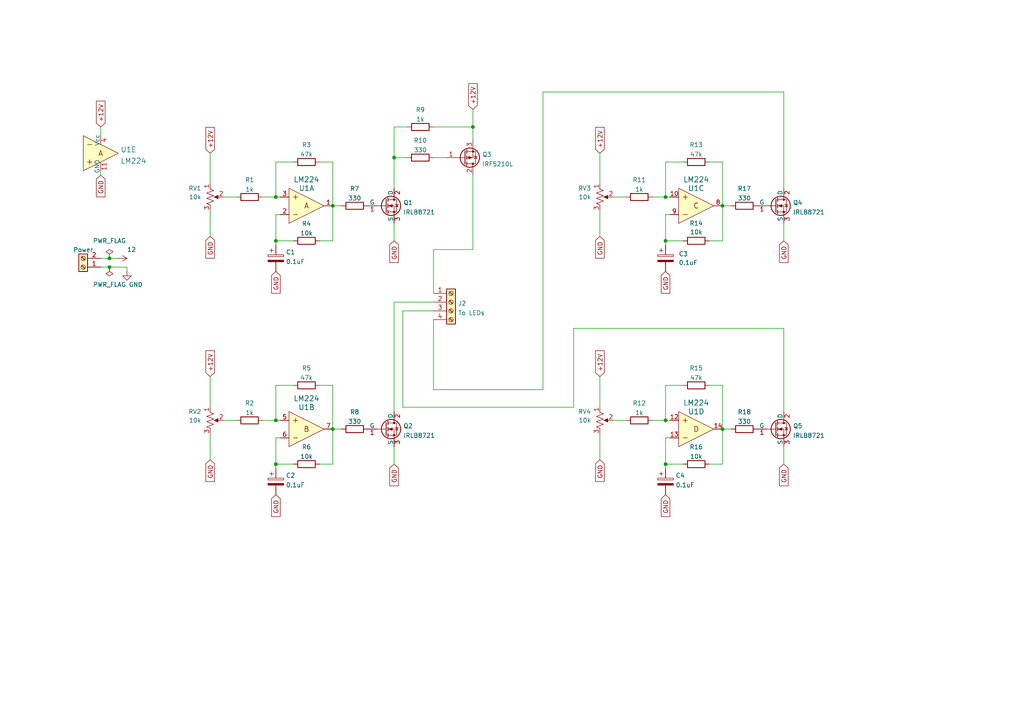
<source format=kicad_sch>
(kicad_sch (version 20211123) (generator eeschema)
  (paper "A4")
  (lib_symbols
    (symbol "Amplifier_Operational:Proper_LM224" (pin_names (offset 0))
      (property "Reference" "U" (at -7.62 7.62 0))
      (property "Value" "Proper_LM224" (at 2.54 -5.08 0))
      (symbol "Proper_LM224_0_0"
        (polyline (pts (xy -3.81 -2.54) (xy -2.54 -2.54)))
        (polyline (pts (xy -3.81 2.54) (xy -2.54 2.54)))
        (polyline (pts (xy -3.175 -1.905) (xy -3.175 -3.175)))
        (polyline (pts (xy -5.08 5.08) (xy -5.08 -5.08) (xy 5.08 0) (xy -5.08 5.08)) (fill (type background)))
        (pin power_in line (at 0 5.08 270) (length 2.54) (name "Vcc") (number "4"))
      )
      (symbol "Proper_LM224_1_0"
        (text "A" (at 0 0 0) (effects (font (size 1.524 1.524))))
      )
      (symbol "Proper_LM224_1_1"
        (pin output line (at 7.62 0 180) (length 2.54) (name "~") (number "1"))
        (pin input line (at -7.62 2.54 0) (length 2.54) (name "~") (number "2"))
        (pin input line (at -7.62 -2.54 0) (length 2.54) (name "~") (number "3"))
      )
      (symbol "Proper_LM224_2_0"
        (text "B" (at 0 0 0) (effects (font (size 1.524 1.524))))
      )
      (symbol "Proper_LM224_2_1"
        (pin input line (at -7.62 -2.54 0) (length 2.54) (name "~") (number "5"))
        (pin input line (at -7.62 2.54 0) (length 2.54) (name "~") (number "6"))
        (pin output line (at 7.62 0 180) (length 2.54) (name "~") (number "7"))
      )
      (symbol "Proper_LM224_3_0"
        (text "C" (at 0 0 0) (effects (font (size 1.524 1.524))))
      )
      (symbol "Proper_LM224_3_1"
        (pin input line (at -7.62 -2.54 0) (length 2.54) (name "~") (number "10"))
        (pin output line (at 7.62 0 180) (length 2.54) (name "~") (number "8"))
        (pin input line (at -7.62 2.54 0) (length 2.54) (name "~") (number "9"))
      )
      (symbol "Proper_LM224_4_0"
        (text "D" (at 0 0 0) (effects (font (size 1.524 1.524))))
      )
      (symbol "Proper_LM224_4_1"
        (pin input line (at -7.62 -2.54 0) (length 2.54) (name "~") (number "12"))
        (pin input line (at -7.62 2.54 0) (length 2.54) (name "~") (number "13"))
        (pin output line (at 7.62 0 180) (length 2.54) (name "~") (number "14"))
      )
      (symbol "Proper_LM224_5_0"
        (text "A" (at 0 0 0) (effects (font (size 1.524 1.524))))
      )
      (symbol "Proper_LM224_5_1"
        (pin power_in line (at 0 -5.08 90) (length 2.54) (name "GND") (number "11"))
      )
    )
    (symbol "Connector:Screw_Terminal_01x02" (pin_names (offset 1.016) hide)
      (property "Reference" "J" (at 0 2.54 0))
      (property "Value" "Screw_Terminal_01x02" (at 0 -5.08 0))
      (symbol "Screw_Terminal_01x02_1_1"
        (rectangle (start -1.27 1.27) (end 1.27 -3.81) (stroke (width 0.254)) (fill (type background)))
        (circle (center 0 -2.54) (radius 0.635) (stroke (width 0.1524)))
        (polyline (pts (xy -0.5334 -2.2098) (xy 0.3302 -3.048)) (stroke (width 0.1524)))
        (polyline (pts (xy -0.5334 0.3302) (xy 0.3302 -0.508)) (stroke (width 0.1524)))
        (polyline (pts (xy -0.3556 -2.032) (xy 0.508 -2.8702)) (stroke (width 0.1524)))
        (polyline (pts (xy -0.3556 0.508) (xy 0.508 -0.3302)) (stroke (width 0.1524)))
        (circle (center 0 0) (radius 0.635) (stroke (width 0.1524)))
        (pin passive line (at -5.08 0 0) (length 3.81) (name "Pin_1") (number "1"))
        (pin passive line (at -5.08 -2.54 0) (length 3.81) (name "Pin_2") (number "2"))
      )
    )
    (symbol "Connector:Screw_Terminal_01x04" (pin_names (offset 1.016) hide)
      (property "Reference" "J" (at 0 5.08 0))
      (property "Value" "Screw_Terminal_01x04" (at 0 -7.62 0))
      (symbol "Screw_Terminal_01x04_1_1"
        (rectangle (start -1.27 3.81) (end 1.27 -6.35) (stroke (width 0.254)) (fill (type background)))
        (circle (center 0 -5.08) (radius 0.635) (stroke (width 0.1524)))
        (circle (center 0 -2.54) (radius 0.635) (stroke (width 0.1524)))
        (polyline (pts (xy -0.5334 -4.7498) (xy 0.3302 -5.588)) (stroke (width 0.1524)))
        (polyline (pts (xy -0.5334 -2.2098) (xy 0.3302 -3.048)) (stroke (width 0.1524)))
        (polyline (pts (xy -0.5334 0.3302) (xy 0.3302 -0.508)) (stroke (width 0.1524)))
        (polyline (pts (xy -0.5334 2.8702) (xy 0.3302 2.032)) (stroke (width 0.1524)))
        (polyline (pts (xy -0.3556 -4.572) (xy 0.508 -5.4102)) (stroke (width 0.1524)))
        (polyline (pts (xy -0.3556 -2.032) (xy 0.508 -2.8702)) (stroke (width 0.1524)))
        (polyline (pts (xy -0.3556 0.508) (xy 0.508 -0.3302)) (stroke (width 0.1524)))
        (polyline (pts (xy -0.3556 3.048) (xy 0.508 2.2098)) (stroke (width 0.1524)))
        (circle (center 0 0) (radius 0.635) (stroke (width 0.1524)))
        (circle (center 0 2.54) (radius 0.635) (stroke (width 0.1524)))
        (pin passive line (at -5.08 2.54 0) (length 3.81) (name "Pin_1") (number "1"))
        (pin passive line (at -5.08 0 0) (length 3.81) (name "Pin_2") (number "2"))
        (pin passive line (at -5.08 -2.54 0) (length 3.81) (name "Pin_3") (number "3"))
        (pin passive line (at -5.08 -5.08 0) (length 3.81) (name "Pin_4") (number "4"))
      )
    )
    (symbol "Device:C_Polarized" (pin_numbers hide) (pin_names (offset 0.254))
      (property "Reference" "C" (at 0.635 2.54 0))
      (property "Value" "C_Polarized" (at 0.635 -2.54 0))
      (symbol "C_Polarized_0_1"
        (rectangle (start -2.286 0.508) (end 2.286 1.016))
        (polyline (pts (xy -1.778 2.286) (xy -0.762 2.286)))
        (polyline (pts (xy -1.27 2.794) (xy -1.27 1.778)))
        (rectangle (start 2.286 -0.508) (end -2.286 -1.016) (fill (type outline)))
      )
      (symbol "C_Polarized_1_1"
        (pin passive line (at 0 3.81 270) (length 2.794) (name "~") (number "1"))
        (pin passive line (at 0 -3.81 90) (length 2.794) (name "~") (number "2"))
      )
    )
    (symbol "Device:IRF5210L" (pin_names (offset 0) hide)
      (property "Reference" "Q" (at 5.08 1.27 0))
      (property "Value" "IRF5210L" (at 5.08 -1.27 0))
      (symbol "IRF5210L_0_1"
        (polyline (pts (xy 0.254 0) (xy -2.54 0)))
        (polyline (pts (xy 0.254 1.905) (xy 0.254 -1.905)) (stroke (width 0.254)))
        (polyline (pts (xy 0.762 -1.27) (xy 0.762 -2.286)) (stroke (width 0.254)))
        (polyline (pts (xy 0.762 0.508) (xy 0.762 -0.508)) (stroke (width 0.254)))
        (polyline (pts (xy 0.762 2.286) (xy 0.762 1.27)) (stroke (width 0.254)))
        (polyline (pts (xy 2.54 2.54) (xy 2.54 1.778)))
        (polyline (pts (xy 2.54 -2.54) (xy 2.54 0) (xy 0.762 0)))
        (polyline (pts (xy 0.762 1.778) (xy 3.302 1.778) (xy 3.302 -1.778) (xy 0.762 -1.778)))
        (polyline (pts (xy 2.286 0) (xy 1.27 0.381) (xy 1.27 -0.381) (xy 2.286 0)) (fill (type outline)))
        (polyline (pts (xy 2.794 -0.508) (xy 2.921 -0.381) (xy 3.683 -0.381) (xy 3.81 -0.254)))
        (polyline (pts (xy 3.302 -0.381) (xy 2.921 0.254) (xy 3.683 0.254) (xy 3.302 -0.381)))
        (circle (center 1.651 0) (radius 2.794) (stroke (width 0.254)))
        (circle (center 2.54 -1.778) (radius 0.254) (fill (type outline)))
        (circle (center 2.54 1.778) (radius 0.254) (fill (type outline)))
      )
      (symbol "IRF5210L_1_1"
        (pin input line (at -5.08 0 0) (length 2.54) (name "G") (number "1"))
        (pin passive line (at 2.54 5.08 270) (length 2.54) (name "D") (number "2"))
        (pin passive line (at 2.54 -5.08 90) (length 2.54) (name "S") (number "3"))
      )
    )
    (symbol "Device:Q_NMOS_GDS" (pin_names (offset 0))
      (property "Reference" "Q" (at 5.08 1.27 0))
      (property "Value" "Q_NMOS_GDS" (at 5.08 -1.27 0))
      (symbol "Q_NMOS_GDS_0_1"
        (polyline (pts (xy 0.254 0) (xy -2.54 0)))
        (polyline (pts (xy 0.254 1.905) (xy 0.254 -1.905)) (stroke (width 0.254)))
        (polyline (pts (xy 0.762 -1.27) (xy 0.762 -2.286)) (stroke (width 0.254)))
        (polyline (pts (xy 0.762 0.508) (xy 0.762 -0.508)) (stroke (width 0.254)))
        (polyline (pts (xy 0.762 2.286) (xy 0.762 1.27)) (stroke (width 0.254)))
        (polyline (pts (xy 2.54 2.54) (xy 2.54 1.778)))
        (polyline (pts (xy 2.54 -2.54) (xy 2.54 0) (xy 0.762 0)))
        (polyline (pts (xy 0.762 -1.778) (xy 3.302 -1.778) (xy 3.302 1.778) (xy 0.762 1.778)))
        (polyline (pts (xy 1.016 0) (xy 2.032 0.381) (xy 2.032 -0.381) (xy 1.016 0)) (fill (type outline)))
        (polyline (pts (xy 2.794 0.508) (xy 2.921 0.381) (xy 3.683 0.381) (xy 3.81 0.254)))
        (polyline (pts (xy 3.302 0.381) (xy 2.921 -0.254) (xy 3.683 -0.254) (xy 3.302 0.381)))
        (circle (center 1.651 0) (radius 2.794) (stroke (width 0.254)))
        (circle (center 2.54 -1.778) (radius 0.254) (fill (type outline)))
        (circle (center 2.54 1.778) (radius 0.254) (fill (type outline)))
      )
      (symbol "Q_NMOS_GDS_1_1"
        (pin input line (at -5.08 0 0) (length 2.54) (name "G") (number "1"))
        (pin passive line (at 2.54 5.08 270) (length 2.54) (name "D") (number "2"))
        (pin passive line (at 2.54 -5.08 90) (length 2.54) (name "S") (number "3"))
      )
    )
    (symbol "Device:R" (pin_numbers hide) (pin_names (offset 0))
      (property "Reference" "R" (at 2.032 0 90))
      (property "Value" "R" (at 0 0 90))
      (symbol "R_0_1"
        (rectangle (start -1.016 -2.54) (end 1.016 2.54) (stroke (width 0.254)))
      )
      (symbol "R_1_1"
        (pin passive line (at 0 3.81 270) (length 1.27) (name "~") (number "1"))
        (pin passive line (at 0 -3.81 90) (length 1.27) (name "~") (number "2"))
      )
    )
    (symbol "Device:R_Potentiometer_US" (pin_names (offset 1.016) hide)
      (property "Reference" "RV" (at -4.445 0 90))
      (property "Value" "R_Potentiometer_US" (at -2.54 0 90))
      (symbol "R_Potentiometer_US_0_1"
        (polyline (pts (xy 0 -2.286) (xy 0 -2.54)))
        (polyline (pts (xy 0 2.54) (xy 0 2.286)))
        (polyline (pts (xy 2.54 0) (xy 1.524 0)))
        (polyline (pts (xy 1.143 0) (xy 2.286 0.508) (xy 2.286 -0.508) (xy 1.143 0)) (fill (type outline)))
        (polyline (pts (xy 0 -0.762) (xy 1.016 -1.143) (xy 0 -1.524) (xy -1.016 -1.905) (xy 0 -2.286)))
        (polyline (pts (xy 0 0.762) (xy 1.016 0.381) (xy 0 0) (xy -1.016 -0.381) (xy 0 -0.762)))
        (polyline (pts (xy 0 2.286) (xy 1.016 1.905) (xy 0 1.524) (xy -1.016 1.143) (xy 0 0.762)))
      )
      (symbol "R_Potentiometer_US_1_1"
        (pin passive line (at 0 3.81 270) (length 1.27) (name "1") (number "1"))
        (pin passive line (at 3.81 0 180) (length 1.27) (name "2") (number "2"))
        (pin passive line (at 0 -3.81 90) (length 1.27) (name "3") (number "3"))
      )
    )
    (symbol "Proper_LM224_1" (pin_names (offset 0))
      (property "Reference" "U1" (at 0 9.4839 0))
      (property "Value" "LM224" (at 0 6.2049 0))
      (symbol "Proper_LM224_1_0_0"
        (polyline (pts (xy -3.81 -2.54) (xy -2.54 -2.54)))
        (polyline (pts (xy -3.81 2.54) (xy -2.54 2.54)))
        (polyline (pts (xy -3.175 -1.905) (xy -3.175 -3.175)))
        (polyline (pts (xy -5.08 5.08) (xy -5.08 -5.08) (xy 5.08 0) (xy -5.08 5.08)) (fill (type background)))
      )
      (symbol "Proper_LM224_1_1_0"
        (text "A" (at 0 0 0) (effects (font (size 1.524 1.524))))
      )
      (symbol "Proper_LM224_1_1_1"
        (pin output line (at 7.62 0 180) (length 2.54) (name "~") (number "1"))
        (pin input line (at -7.62 2.54 0) (length 2.54) (name "~") (number "2"))
        (pin input line (at -7.62 -2.54 0) (length 2.54) (name "~") (number "3"))
      )
      (symbol "Proper_LM224_1_2_0"
        (text "B" (at 0 0 0) (effects (font (size 1.524 1.524))))
      )
      (symbol "Proper_LM224_1_2_1"
        (pin input line (at -7.62 -2.54 0) (length 2.54) (name "~") (number "5"))
        (pin input line (at -7.62 2.54 0) (length 2.54) (name "~") (number "6"))
        (pin output line (at 7.62 0 180) (length 2.54) (name "~") (number "7"))
      )
      (symbol "Proper_LM224_1_3_0"
        (text "C" (at 0 0 0) (effects (font (size 1.524 1.524))))
      )
      (symbol "Proper_LM224_1_3_1"
        (pin input line (at -7.62 -2.54 0) (length 2.54) (name "~") (number "10"))
        (pin output line (at 7.62 0 180) (length 2.54) (name "~") (number "8"))
        (pin input line (at -7.62 2.54 0) (length 2.54) (name "~") (number "9"))
      )
      (symbol "Proper_LM224_1_4_0"
        (text "D" (at 0 0 0) (effects (font (size 1.524 1.524))))
      )
      (symbol "Proper_LM224_1_4_1"
        (pin input line (at -7.62 -2.54 0) (length 2.54) (name "~") (number "12"))
        (pin input line (at -7.62 2.54 0) (length 2.54) (name "~") (number "13"))
        (pin output line (at 7.62 0 180) (length 2.54) (name "~") (number "14"))
      )
      (symbol "Proper_LM224_1_5_0"
        (text "A" (at 0 0 0) (effects (font (size 1.524 1.524))))
      )
      (symbol "Proper_LM224_1_5_1"
        (pin power_in line (at 0 -5.08 90) (length 2.54) (name "GND") (number "11"))
      )
    )
    (symbol "Proper_LM224_2" (pin_names (offset 0))
      (property "Reference" "U1" (at 0 9.4839 0))
      (property "Value" "LM224" (at 0 6.2049 0))
      (symbol "Proper_LM224_2_0_0"
        (polyline (pts (xy -3.81 -2.54) (xy -2.54 -2.54)))
        (polyline (pts (xy -3.81 2.54) (xy -2.54 2.54)))
        (polyline (pts (xy -3.175 -1.905) (xy -3.175 -3.175)))
        (polyline (pts (xy -5.08 5.08) (xy -5.08 -5.08) (xy 5.08 0) (xy -5.08 5.08)) (fill (type background)))
      )
      (symbol "Proper_LM224_2_1_0"
        (text "A" (at 0 0 0) (effects (font (size 1.524 1.524))))
      )
      (symbol "Proper_LM224_2_1_1"
        (pin output line (at 7.62 0 180) (length 2.54) (name "~") (number "1"))
        (pin input line (at -7.62 2.54 0) (length 2.54) (name "~") (number "2"))
        (pin input line (at -7.62 -2.54 0) (length 2.54) (name "~") (number "3"))
      )
      (symbol "Proper_LM224_2_2_0"
        (text "B" (at 0 0 0) (effects (font (size 1.524 1.524))))
      )
      (symbol "Proper_LM224_2_2_1"
        (pin input line (at -7.62 -2.54 0) (length 2.54) (name "~") (number "5"))
        (pin input line (at -7.62 2.54 0) (length 2.54) (name "~") (number "6"))
        (pin output line (at 7.62 0 180) (length 2.54) (name "~") (number "7"))
      )
      (symbol "Proper_LM224_2_3_0"
        (text "C" (at 0 0 0) (effects (font (size 1.524 1.524))))
      )
      (symbol "Proper_LM224_2_3_1"
        (pin input line (at -7.62 -2.54 0) (length 2.54) (name "~") (number "10"))
        (pin output line (at 7.62 0 180) (length 2.54) (name "~") (number "8"))
        (pin input line (at -7.62 2.54 0) (length 2.54) (name "~") (number "9"))
      )
      (symbol "Proper_LM224_2_4_0"
        (text "D" (at 0 0 0) (effects (font (size 1.524 1.524))))
      )
      (symbol "Proper_LM224_2_4_1"
        (pin input line (at -7.62 -2.54 0) (length 2.54) (name "~") (number "12"))
        (pin input line (at -7.62 2.54 0) (length 2.54) (name "~") (number "13"))
        (pin output line (at 7.62 0 180) (length 2.54) (name "~") (number "14"))
      )
      (symbol "Proper_LM224_2_5_0"
        (text "A" (at 0 0 0) (effects (font (size 1.524 1.524))))
      )
      (symbol "Proper_LM224_2_5_1"
        (pin power_in line (at 0 -5.08 90) (length 2.54) (name "GND") (number "11"))
      )
    )
    (symbol "Proper_LM224_3" (pin_names (offset 0))
      (property "Reference" "U1" (at 0 9.4839 0))
      (property "Value" "Proper_LM224_3" (at 0 6.2049 0))
      (symbol "Proper_LM224_3_0_0"
        (polyline (pts (xy -3.81 -2.54) (xy -2.54 -2.54)))
        (polyline (pts (xy -3.81 2.54) (xy -2.54 2.54)))
        (polyline (pts (xy -3.175 -1.905) (xy -3.175 -3.175)))
        (polyline (pts (xy -5.08 5.08) (xy -5.08 -5.08) (xy 5.08 0) (xy -5.08 5.08)) (fill (type background)))
      )
      (symbol "Proper_LM224_3_1_0"
        (text "A" (at 0 0 0) (effects (font (size 1.524 1.524))))
      )
      (symbol "Proper_LM224_3_1_1"
        (pin output line (at 7.62 0 180) (length 2.54) (name "~") (number "1"))
        (pin input line (at -7.62 2.54 0) (length 2.54) (name "~") (number "2"))
        (pin input line (at -7.62 -2.54 0) (length 2.54) (name "~") (number "3"))
      )
      (symbol "Proper_LM224_3_2_0"
        (text "B" (at 0 0 0) (effects (font (size 1.524 1.524))))
      )
      (symbol "Proper_LM224_3_2_1"
        (pin input line (at -7.62 -2.54 0) (length 2.54) (name "~") (number "5"))
        (pin input line (at -7.62 2.54 0) (length 2.54) (name "~") (number "6"))
        (pin output line (at 7.62 0 180) (length 2.54) (name "~") (number "7"))
      )
      (symbol "Proper_LM224_3_3_0"
        (text "C" (at 0 0 0) (effects (font (size 1.524 1.524))))
      )
      (symbol "Proper_LM224_3_3_1"
        (pin input line (at -7.62 -2.54 0) (length 2.54) (name "~") (number "10"))
        (pin output line (at 7.62 0 180) (length 2.54) (name "~") (number "8"))
        (pin input line (at -7.62 2.54 0) (length 2.54) (name "~") (number "9"))
      )
      (symbol "Proper_LM224_3_4_0"
        (text "D" (at 0 0 0) (effects (font (size 1.524 1.524))))
      )
      (symbol "Proper_LM224_3_4_1"
        (pin input line (at -7.62 -2.54 0) (length 2.54) (name "~") (number "12"))
        (pin input line (at -7.62 2.54 0) (length 2.54) (name "~") (number "13"))
        (pin output line (at 7.62 0 180) (length 2.54) (name "~") (number "14"))
      )
      (symbol "Proper_LM224_3_5_0"
        (text "A" (at 0 0 0) (effects (font (size 1.524 1.524))))
      )
      (symbol "Proper_LM224_3_5_1"
        (pin power_in line (at 0 -5.08 90) (length 2.54) (name "GND") (number "11"))
      )
    )
    (symbol "Proper_LM224_4" (pin_names (offset 0))
      (property "Reference" "U1" (at 0 9.4839 0))
      (property "Value" "Proper_LM224_4" (at 0 6.2049 0))
      (symbol "Proper_LM224_4_0_0"
        (polyline (pts (xy -3.81 -2.54) (xy -2.54 -2.54)))
        (polyline (pts (xy -3.81 2.54) (xy -2.54 2.54)))
        (polyline (pts (xy -3.175 -1.905) (xy -3.175 -3.175)))
        (polyline (pts (xy -5.08 5.08) (xy -5.08 -5.08) (xy 5.08 0) (xy -5.08 5.08)) (fill (type background)))
      )
      (symbol "Proper_LM224_4_1_0"
        (text "A" (at 0 0 0) (effects (font (size 1.524 1.524))))
      )
      (symbol "Proper_LM224_4_1_1"
        (pin output line (at 7.62 0 180) (length 2.54) (name "~") (number "1"))
        (pin input line (at -7.62 2.54 0) (length 2.54) (name "~") (number "2"))
        (pin input line (at -7.62 -2.54 0) (length 2.54) (name "~") (number "3"))
      )
      (symbol "Proper_LM224_4_2_0"
        (text "B" (at 0 0 0) (effects (font (size 1.524 1.524))))
      )
      (symbol "Proper_LM224_4_2_1"
        (pin input line (at -7.62 -2.54 0) (length 2.54) (name "~") (number "5"))
        (pin input line (at -7.62 2.54 0) (length 2.54) (name "~") (number "6"))
        (pin output line (at 7.62 0 180) (length 2.54) (name "~") (number "7"))
      )
      (symbol "Proper_LM224_4_3_0"
        (text "C" (at 0 0 0) (effects (font (size 1.524 1.524))))
      )
      (symbol "Proper_LM224_4_3_1"
        (pin input line (at -7.62 -2.54 0) (length 2.54) (name "~") (number "10"))
        (pin output line (at 7.62 0 180) (length 2.54) (name "~") (number "8"))
        (pin input line (at -7.62 2.54 0) (length 2.54) (name "~") (number "9"))
      )
      (symbol "Proper_LM224_4_4_0"
        (text "D" (at 0 0 0) (effects (font (size 1.524 1.524))))
      )
      (symbol "Proper_LM224_4_4_1"
        (pin input line (at -7.62 -2.54 0) (length 2.54) (name "~") (number "12"))
        (pin input line (at -7.62 2.54 0) (length 2.54) (name "~") (number "13"))
        (pin output line (at 7.62 0 180) (length 2.54) (name "~") (number "14"))
      )
      (symbol "Proper_LM224_4_5_0"
        (text "A" (at 0 0 0) (effects (font (size 1.524 1.524))))
      )
      (symbol "Proper_LM224_4_5_1"
        (pin power_in line (at 0 -5.08 90) (length 2.54) (name "GND") (number "11"))
      )
    )
    (symbol "power:+12V" (power) (pin_names (offset 0))
      (property "Value" "+12V" (at 0 3.556 0))
      (symbol "+12V_0_1"
        (polyline (pts (xy -0.762 1.27) (xy 0 2.54)))
        (polyline (pts (xy 0 0) (xy 0 2.54)))
        (polyline (pts (xy 0 2.54) (xy 0.762 1.27)))
      )
      (symbol "+12V_1_1"
        (pin power_in line (at 0 0 90) (length 0) hide (name "+12V") (number "1"))
      )
    )
    (symbol "power:GND" (power) (pin_names (offset 0))
      (property "Value" "GND" (at 0 -3.81 0))
      (symbol "GND_0_1"
        (polyline (pts (xy 0 0) (xy 0 -1.27) (xy 1.27 -1.27) (xy 0 -2.54) (xy -1.27 -1.27) (xy 0 -1.27)))
      )
      (symbol "GND_1_1"
        (pin power_in line (at 0 0 270) (length 0) hide (name "GND") (number "1"))
      )
    )
    (symbol "power:PWR_FLAG" (power) (pin_numbers hide) (pin_names (offset 0) hide)
      (property "Value" "PWR_FLAG" (at 0 3.81 0))
      (symbol "PWR_FLAG_0_0"
        (pin power_out line (at 0 0 90) (length 0) (name "pwr") (number "1"))
      )
      (symbol "PWR_FLAG_0_1"
        (polyline (pts (xy 0 0) (xy 0 1.27) (xy -1.016 1.905) (xy 0 2.54) (xy 1.016 1.905) (xy 0 1.27)))
      )
    )
  )
  (junction (at 80.01 57.15))
  (junction (at 193.04 57.15))
  (junction (at 209.55 124.46))
  (junction (at 209.55 59.69))
  (junction (at 80.01 121.92))
  (junction (at 114.3 45.72))
  (junction (at 193.04 69.85))
  (junction (at 80.01 134.62))
  (junction (at 193.04 134.62))
  (junction (at 31.75 77.47))
  (junction (at 80.01 69.85))
  (junction (at 96.52 124.46))
  (junction (at 193.04 121.92))
  (junction (at 31.75 74.93))
  (junction (at 96.52 59.69))
  (junction (at 137.16 36.83))
  (wire (pts (xy 125.73 113.03) (xy 157.48 113.03)))
  (wire (pts (xy 205.74 134.62) (xy 209.55 134.62)))
  (wire (pts (xy 193.04 69.85) (xy 193.04 71.12)))
  (wire (pts (xy 209.55 59.69) (xy 212.09 59.69)))
  (wire (pts (xy 198.12 111.76) (xy 193.04 111.76)))
  (wire (pts (xy 157.48 26.67) (xy 227.33 26.67)))
  (wire (pts (xy 177.8 57.15) (xy 181.61 57.15)))
  (wire (pts (xy 96.52 124.46) (xy 99.06 124.46)))
  (wire (pts (xy 114.3 45.72) (xy 118.11 45.72)))
  (wire (pts (xy 114.3 64.77) (xy 114.3 69.85)))
  (wire (pts (xy 193.04 62.23) (xy 194.31 62.23)))
  (wire (pts (xy 60.96 44.45) (xy 60.96 53.34)))
  (wire (pts (xy 198.12 69.85) (xy 193.04 69.85)))
  (wire (pts (xy 96.52 59.69) (xy 96.52 46.99)))
  (wire (pts (xy 96.52 111.76) (xy 92.71 111.76)))
  (wire (pts (xy 173.99 109.22) (xy 173.99 118.11)))
  (wire (pts (xy 125.73 45.72) (xy 129.54 45.72)))
  (wire (pts (xy 227.33 64.77) (xy 227.33 69.85)))
  (wire (pts (xy 29.21 77.47) (xy 31.75 77.47)))
  (wire (pts (xy 80.01 57.15) (xy 81.28 57.15)))
  (wire (pts (xy 95.25 124.46) (xy 96.52 124.46)))
  (wire (pts (xy 29.21 49.53) (xy 29.21 50.8)))
  (wire (pts (xy 227.33 95.25) (xy 227.33 119.38)))
  (wire (pts (xy 114.3 129.54) (xy 114.3 134.62)))
  (wire (pts (xy 96.52 59.69) (xy 99.06 59.69)))
  (wire (pts (xy 209.55 59.69) (xy 209.55 46.99)))
  (wire (pts (xy 193.04 121.92) (xy 194.31 121.92)))
  (wire (pts (xy 125.73 72.39) (xy 137.16 72.39)))
  (wire (pts (xy 80.01 62.23) (xy 81.28 62.23)))
  (wire (pts (xy 114.3 45.72) (xy 114.3 54.61)))
  (wire (pts (xy 125.73 87.63) (xy 114.3 87.63)))
  (wire (pts (xy 36.83 77.47) (xy 36.83 78.74)))
  (wire (pts (xy 209.55 59.69) (xy 209.55 69.85)))
  (wire (pts (xy 198.12 46.99) (xy 193.04 46.99)))
  (wire (pts (xy 193.04 46.99) (xy 193.04 57.15)))
  (wire (pts (xy 157.48 113.03) (xy 157.48 26.67)))
  (wire (pts (xy 80.01 127) (xy 81.28 127)))
  (wire (pts (xy 125.73 85.09) (xy 125.73 72.39)))
  (wire (pts (xy 198.12 134.62) (xy 193.04 134.62)))
  (wire (pts (xy 227.33 129.54) (xy 227.33 134.62)))
  (wire (pts (xy 189.23 121.92) (xy 193.04 121.92)))
  (wire (pts (xy 31.75 74.93) (xy 34.29 74.93)))
  (wire (pts (xy 29.21 74.93) (xy 31.75 74.93)))
  (wire (pts (xy 166.37 95.25) (xy 227.33 95.25)))
  (wire (pts (xy 80.01 69.85) (xy 80.01 71.12)))
  (wire (pts (xy 125.73 36.83) (xy 137.16 36.83)))
  (wire (pts (xy 125.73 92.71) (xy 125.73 113.03)))
  (wire (pts (xy 96.52 124.46) (xy 96.52 111.76)))
  (wire (pts (xy 173.99 125.73) (xy 173.99 133.35)))
  (wire (pts (xy 116.84 118.11) (xy 166.37 118.11)))
  (wire (pts (xy 209.55 124.46) (xy 209.55 111.76)))
  (wire (pts (xy 64.77 121.92) (xy 68.58 121.92)))
  (wire (pts (xy 80.01 134.62) (xy 80.01 135.89)))
  (wire (pts (xy 29.21 36.83) (xy 29.21 39.37)))
  (wire (pts (xy 137.16 31.75) (xy 137.16 36.83)))
  (wire (pts (xy 173.99 60.96) (xy 173.99 68.58)))
  (wire (pts (xy 114.3 36.83) (xy 118.11 36.83)))
  (wire (pts (xy 173.99 44.45) (xy 173.99 53.34)))
  (wire (pts (xy 96.52 46.99) (xy 92.71 46.99)))
  (wire (pts (xy 116.84 90.17) (xy 116.84 118.11)))
  (wire (pts (xy 85.09 134.62) (xy 80.01 134.62)))
  (wire (pts (xy 209.55 124.46) (xy 209.55 134.62)))
  (wire (pts (xy 193.04 62.23) (xy 193.04 69.85)))
  (wire (pts (xy 227.33 26.67) (xy 227.33 54.61)))
  (wire (pts (xy 96.52 59.69) (xy 96.52 69.85)))
  (wire (pts (xy 60.96 109.22) (xy 60.96 118.11)))
  (wire (pts (xy 85.09 46.99) (xy 80.01 46.99)))
  (wire (pts (xy 193.04 134.62) (xy 193.04 135.89)))
  (wire (pts (xy 60.96 60.96) (xy 60.96 68.58)))
  (wire (pts (xy 137.16 36.83) (xy 137.16 40.64)))
  (wire (pts (xy 193.04 111.76) (xy 193.04 121.92)))
  (wire (pts (xy 193.04 127) (xy 194.31 127)))
  (wire (pts (xy 209.55 124.46) (xy 212.09 124.46)))
  (wire (pts (xy 189.23 57.15) (xy 193.04 57.15)))
  (wire (pts (xy 80.01 111.76) (xy 80.01 121.92)))
  (wire (pts (xy 80.01 121.92) (xy 81.28 121.92)))
  (wire (pts (xy 193.04 57.15) (xy 194.31 57.15)))
  (wire (pts (xy 96.52 124.46) (xy 96.52 134.62)))
  (wire (pts (xy 92.71 69.85) (xy 96.52 69.85)))
  (wire (pts (xy 31.75 78.74) (xy 31.75 77.47)))
  (wire (pts (xy 64.77 57.15) (xy 68.58 57.15)))
  (wire (pts (xy 76.2 57.15) (xy 80.01 57.15)))
  (wire (pts (xy 80.01 62.23) (xy 80.01 69.85)))
  (wire (pts (xy 80.01 46.99) (xy 80.01 57.15)))
  (wire (pts (xy 193.04 127) (xy 193.04 134.62)))
  (wire (pts (xy 205.74 69.85) (xy 209.55 69.85)))
  (wire (pts (xy 114.3 36.83) (xy 114.3 45.72)))
  (wire (pts (xy 114.3 87.63) (xy 114.3 119.38)))
  (wire (pts (xy 209.55 111.76) (xy 205.74 111.76)))
  (wire (pts (xy 125.73 90.17) (xy 116.84 90.17)))
  (wire (pts (xy 137.16 72.39) (xy 137.16 50.8)))
  (wire (pts (xy 76.2 121.92) (xy 80.01 121.92)))
  (wire (pts (xy 166.37 118.11) (xy 166.37 95.25)))
  (wire (pts (xy 60.96 125.73) (xy 60.96 133.35)))
  (wire (pts (xy 80.01 127) (xy 80.01 134.62)))
  (wire (pts (xy 177.8 121.92) (xy 181.61 121.92)))
  (wire (pts (xy 209.55 46.99) (xy 205.74 46.99)))
  (wire (pts (xy 31.75 77.47) (xy 36.83 77.47)))
  (wire (pts (xy 85.09 111.76) (xy 80.01 111.76)))
  (wire (pts (xy 85.09 69.85) (xy 80.01 69.85)))
  (wire (pts (xy 92.71 134.62) (xy 96.52 134.62)))
  (global_label "+12V" (shape input) (at 60.96 44.45 90) (property "Intersheet References" "${INTERSHEET_REFS}" (effects hide)))
  (global_label "GND" (shape input) (at 173.99 133.35 270) (property "Intersheet References" "${INTERSHEET_REFS}" (effects hide)))
  (global_label "GND" (shape input) (at 193.04 78.74 270) (property "Intersheet References" "${INTERSHEET_REFS}" (effects hide)))
  (global_label "+12V" (shape input) (at 173.99 44.45 90) (property "Intersheet References" "${INTERSHEET_REFS}" (effects hide)))
  (global_label "GND" (shape input) (at 80.01 78.74 270) (property "Intersheet References" "${INTERSHEET_REFS}" (effects hide)))
  (global_label "+12V" (shape input) (at 137.16 31.75 90) (property "Intersheet References" "${INTERSHEET_REFS}" (effects hide)))
  (global_label "GND" (shape input) (at 227.33 69.85 270) (property "Intersheet References" "${INTERSHEET_REFS}" (effects hide)))
  (global_label "GND" (shape input) (at 227.33 134.62 270) (property "Intersheet References" "${INTERSHEET_REFS}" (effects hide)))
  (global_label "GND" (shape input) (at 193.04 143.51 270) (property "Intersheet References" "${INTERSHEET_REFS}" (effects hide)))
  (global_label "GND" (shape input) (at 114.3 69.85 270) (property "Intersheet References" "${INTERSHEET_REFS}" (effects hide)))
  (global_label "+12V" (shape input) (at 173.99 109.22 90) (property "Intersheet References" "${INTERSHEET_REFS}" (effects hide)))
  (global_label "GND" (shape input) (at 60.96 133.35 270) (property "Intersheet References" "${INTERSHEET_REFS}" (effects hide)))
  (global_label "GND" (shape input) (at 114.3 134.62 270) (property "Intersheet References" "${INTERSHEET_REFS}" (effects hide)))
  (global_label "+12V" (shape input) (at 29.21 36.83 90) (property "Intersheet References" "${INTERSHEET_REFS}" (effects hide)))
  (global_label "GND" (shape input) (at 80.01 143.51 270) (property "Intersheet References" "${INTERSHEET_REFS}" (effects hide)))
  (global_label "GND" (shape input) (at 173.99 68.58 270) (property "Intersheet References" "${INTERSHEET_REFS}" (effects hide)))
  (global_label "+12V" (shape input) (at 60.96 109.22 90) (property "Intersheet References" "${INTERSHEET_REFS}" (effects hide)))
  (global_label "GND" (shape input) (at 60.96 68.58 270) (property "Intersheet References" "${INTERSHEET_REFS}" (effects hide)))
  (global_label "GND" (shape input) (at 29.21 50.8 270) (property "Intersheet References" "${INTERSHEET_REFS}" (effects hide)))
  (symbol (lib_id "Device:C_Polarized") (at 80.01 139.7 0) (unit 1)
    (property "Reference" "C2" (at 82.931 137.9025 0) (effects (justify left)))
    (property "Value" "0.1uF" (at 82.931 140.6776 0) (effects (justify left)))
    (property "Footprint" "Capacitor_THT:C_Radial_D6.3mm_H5.0mm_P2.50mm" (effects hide))
  )
  (symbol (lib_id "Device:R") (at 88.9 69.85 90) (unit 1)
    (property "Reference" "R4" (at 88.9 64.8675 90))
    (property "Value" "10k" (at 88.9 67.6426 90))
    (property "Footprint" "Resistor_THT:R_Axial_DIN0414_L11.9mm_D4.5mm_P15.24mm_Horizontal" (effects hide))
  )
  (symbol (lib_id "Device:R") (at 185.42 57.15 90) (unit 1)
    (property "Reference" "R11" (at 185.42 52.1675 90))
    (property "Value" "1k" (at 185.42 54.9426 90))
    (property "Footprint" "Resistor_THT:R_Axial_DIN0414_L11.9mm_D4.5mm_P15.24mm_Horizontal" (effects hide))
  )
  (symbol (lib_id "Device:R") (at 102.87 59.69 90) (unit 1)
    (property "Reference" "R7" (at 102.87 54.7075 90))
    (property "Value" "330" (at 102.87 57.4826 90))
    (property "Footprint" "Resistor_THT:R_Axial_DIN0414_L11.9mm_D4.5mm_P15.24mm_Horizontal" (effects hide))
  )
  (symbol (lib_id "Device:R") (at 88.9 46.99 90) (unit 1)
    (property "Reference" "R3" (at 88.9 42.0075 90))
    (property "Value" "47k" (at 88.9 44.7826 90))
    (property "Footprint" "Resistor_THT:R_Axial_DIN0414_L11.9mm_D4.5mm_P15.24mm_Horizontal" (effects hide))
  )
  (symbol (lib_id "Device:IRF5210L") (at 134.62 45.72 0) (mirror x) (unit 1)
    (property "Reference" "Q3" (at 139.827 44.8115 0) (effects (justify left)))
    (property "Value" "IRF5210L" (at 139.827 47.5866 0) (effects (justify left)))
    (property "Footprint" "Package_TO_SOT_SMD:TO-252-3_TabPin2" (effects hide))
  )
  (symbol (lib_id "Device:R_Potentiometer_US") (at 60.96 121.92 0) (unit 1)
    (property "Reference" "RV2" (at 58.42 119.38 0) (effects (justify right)))
    (property "Value" "10k" (at 58.42 121.92 0) (effects (justify right)))
    (property "Footprint" "TerminalBlock_Phoenix:TerminalBlock_Phoenix_MKDS-1,5-3-5.08_1x03_P5.08mm_Horizontal" (effects hide))
  )
  (symbol (lib_id "Device:R") (at 121.92 45.72 90) (unit 1)
    (property "Reference" "R10" (at 121.92 40.7375 90))
    (property "Value" "330" (at 121.92 43.5126 90))
    (property "Footprint" "Resistor_THT:R_Axial_DIN0414_L11.9mm_D4.5mm_P15.24mm_Horizontal" (effects hide))
  )
  (symbol (lib_id "Device:R") (at 201.93 46.99 90) (unit 1)
    (property "Reference" "R13" (at 201.93 42.0075 90))
    (property "Value" "47k" (at 201.93 44.7826 90))
    (property "Footprint" "Resistor_THT:R_Axial_DIN0414_L11.9mm_D4.5mm_P15.24mm_Horizontal" (effects hide))
  )
  (symbol (lib_id "Device:R") (at 185.42 121.92 90) (unit 1)
    (property "Reference" "R12" (at 185.42 116.9375 90))
    (property "Value" "1k" (at 185.42 119.7126 90))
    (property "Footprint" "Resistor_THT:R_Axial_DIN0414_L11.9mm_D4.5mm_P15.24mm_Horizontal" (effects hide))
  )
  (symbol (lib_id "Connector:Screw_Terminal_01x04") (at 130.81 87.63 0) (unit 1)
    (property "Reference" "J2" (at 132.842 87.9915 0) (effects (justify left)))
    (property "Value" "To LEDs" (at 132.842 90.7666 0) (effects (justify left)))
    (property "Footprint" "TerminalBlock_Phoenix:TerminalBlock_Phoenix_MKDS-1,5-4-5.08_1x04_P5.08mm_Horizontal" (effects hide))
  )
  (symbol (lib_id "Device:R") (at 72.39 121.92 90) (unit 1)
    (property "Reference" "R2" (at 72.39 116.9375 90))
    (property "Value" "1k" (at 72.39 119.7126 90))
    (property "Footprint" "Resistor_THT:R_Axial_DIN0414_L11.9mm_D4.5mm_P15.24mm_Horizontal" (effects hide))
  )
  (symbol (lib_id "Device:C_Polarized") (at 193.04 139.7 0) (unit 1)
    (property "Reference" "C4" (at 195.961 137.9025 0) (effects (justify left)))
    (property "Value" "0.1uF" (at 195.961 140.6776 0) (effects (justify left)))
    (property "Footprint" "Capacitor_THT:C_Radial_D6.3mm_H5.0mm_P2.50mm" (effects hide))
  )
  (symbol (lib_id "Device:Q_NMOS_GDS") (at 224.79 124.46 0) (unit 1)
    (property "Reference" "Q5" (at 229.997 123.5515 0) (effects (justify left)))
    (property "Value" "IRLB8721" (at 229.997 126.3266 0) (effects (justify left)))
    (property "Footprint" "Package_TO_SOT_THT:TO-220-3_Vertical" (effects hide))
  )
  (symbol (lib_id "Device:C_Polarized") (at 193.04 74.93 0) (unit 1)
    (property "Reference" "C3" (at 196.85 73.66 0) (effects (justify left)))
    (property "Value" "0.1uF" (at 196.85 76.2 0) (effects (justify left)))
    (property "Footprint" "Capacitor_THT:C_Radial_D6.3mm_H5.0mm_P2.50mm" (effects hide))
  )
  (symbol (lib_id "Connector:Screw_Terminal_01x02") (at 24.13 77.47 180) (unit 1)
    (property "Reference" "J1" (at -91.44 119.2235 0))
    (property "Value" "Power" (at 24.13 72.4686 0))
    (property "Footprint" "TerminalBlock_Phoenix:TerminalBlock_Phoenix_MKDS-1,5-2-5.08_1x02_P5.08mm_Horizontal" (effects hide))
  )
  (symbol (lib_id "Device:R") (at 121.92 36.83 90) (unit 1)
    (property "Reference" "R9" (at 121.92 31.8475 90))
    (property "Value" "1k" (at 121.92 34.6226 90))
    (property "Footprint" "Resistor_THT:R_Axial_DIN0414_L11.9mm_D4.5mm_P15.24mm_Horizontal" (effects hide))
  )
  (symbol (lib_id "power:+12V") (at 34.29 74.93 270) (unit 1)
    (property "Reference" "#PWR01" (effects hide))
    (property "Value" "+12V" (at 36.83 72.39 90) (effects (justify left)))
    (property "Spice_Primitive" "V" (effects hide))
    (property "Spice_Model" "dc 12" (effects hide))
    (property "Spice_Netlist_Enabled" "Y" (effects hide))
  )
  (symbol (lib_id "Device:R_Potentiometer_US") (at 60.96 57.15 0) (unit 1)
    (property "Reference" "RV1" (at 58.42 54.61 0) (effects (justify right)))
    (property "Value" "10k" (at 58.42 57.15 0) (effects (justify right)))
    (property "Footprint" "TerminalBlock_Phoenix:TerminalBlock_Phoenix_MKDS-1,5-3-5.08_1x03_P5.08mm_Horizontal" (effects hide))
  )
  (symbol (lib_id "Device:R_Potentiometer_US") (at 173.99 121.92 0) (unit 1)
    (property "Reference" "RV4" (at 171.45 119.38 0) (effects (justify right)))
    (property "Value" "10k" (at 171.45 121.92 0) (effects (justify right)))
    (property "Footprint" "TerminalBlock_Phoenix:TerminalBlock_Phoenix_MKDS-1,5-3-5.08_1x03_P5.08mm_Horizontal" (effects hide))
  )
  (symbol (lib_id "Amplifier_Operational:Proper_LM224") (at 29.21 44.45 0) (unit 5)
    (property "Reference" "U1" (at 34.925 43.3853 0) (effects (font (size 1.524 1.524)) (justify left)))
    (property "Value" "LM224" (at 34.925 46.6643 0) (effects (font (size 1.524 1.524)) (justify left)))
    (property "Footprint" "Package_DIP:DIP-14_W7.62mm" (effects hide))
  )
  (symbol (lib_id "Device:C_Polarized") (at 80.01 74.93 0) (unit 1)
    (property "Reference" "C1" (at 82.931 73.1325 0) (effects (justify left)))
    (property "Value" "0.1uF" (at 82.931 75.9076 0) (effects (justify left)))
    (property "Footprint" "Capacitor_THT:C_Radial_D6.3mm_H5.0mm_P2.50mm" (effects hide))
  )
  (symbol (lib_id "Device:R") (at 215.9 124.46 90) (unit 1)
    (property "Reference" "R18" (at 215.9 119.4775 90))
    (property "Value" "330" (at 215.9 122.2526 90))
    (property "Footprint" "Resistor_THT:R_Axial_DIN0414_L11.9mm_D4.5mm_P15.24mm_Horizontal" (effects hide))
  )
  (symbol (lib_id "power:PWR_FLAG") (at 31.75 77.47 180) (unit 1)
    (property "Reference" "#FLG02" (effects hide))
    (property "Value" "PWR_FLAG" (at 31.75 82.55 0))
  )
  (symbol (lib_id "Device:Q_NMOS_GDS") (at 111.76 124.46 0) (unit 1)
    (property "Reference" "Q2" (at 116.967 123.5515 0) (effects (justify left)))
    (property "Value" "IRLB8721" (at 116.967 126.3266 0) (effects (justify left)))
    (property "Footprint" "Package_TO_SOT_THT:TO-220-3_Vertical" (effects hide))
  )
  (symbol (lib_name "Proper_LM224_1") (lib_id "Amplifier_Operational:Proper_LM224") (at 201.93 59.69 0) (mirror x) (unit 3)
    (property "Reference" "U1" (at 201.93 54.61 0) (effects (font (size 1.524 1.524))))
    (property "Value" "LM224" (at 201.93 52.07 0) (effects (font (size 1.524 1.524))))
    (property "Footprint" "Package_DIP:DIP-14_W7.62mm" (effects hide))
  )
  (symbol (lib_name "Proper_LM224_2") (lib_id "Amplifier_Operational:Proper_LM224") (at 201.93 124.46 0) (mirror x) (unit 4)
    (property "Reference" "U1" (at 201.93 119.38 0) (effects (font (size 1.524 1.524))))
    (property "Value" "LM224" (at 201.93 116.84 0) (effects (font (size 1.524 1.524))))
    (property "Footprint" "Package_DIP:DIP-14_W7.62mm" (effects hide))
  )
  (symbol (lib_id "Device:R") (at 201.93 111.76 90) (unit 1)
    (property "Reference" "R15" (at 201.93 106.7775 90))
    (property "Value" "47k" (at 201.93 109.5526 90))
    (property "Footprint" "Resistor_THT:R_Axial_DIN0414_L11.9mm_D4.5mm_P15.24mm_Horizontal" (effects hide))
  )
  (symbol (lib_id "Device:Q_NMOS_GDS") (at 224.79 59.69 0) (unit 1)
    (property "Reference" "Q4" (at 229.997 58.7815 0) (effects (justify left)))
    (property "Value" "IRLB8721" (at 229.997 61.5566 0) (effects (justify left)))
    (property "Footprint" "Package_TO_SOT_THT:TO-220-3_Vertical" (effects hide))
  )
  (symbol (lib_name "Proper_LM224_4") (lib_id "Amplifier_Operational:Proper_LM224") (at 88.9 59.69 0) (mirror x) (unit 1)
    (property "Reference" "U1" (at 88.9 54.61 0) (effects (font (size 1.524 1.524))))
    (property "Value" "LM224" (at 88.9 52.07 0) (effects (font (size 1.524 1.524))))
    (property "Footprint" "Package_DIP:DIP-14_W7.62mm" (effects hide))
  )
  (symbol (lib_id "Device:R") (at 88.9 134.62 90) (unit 1)
    (property "Reference" "R6" (at 88.9 129.6375 90))
    (property "Value" "10k" (at 88.9 132.4126 90))
    (property "Footprint" "Resistor_THT:R_Axial_DIN0414_L11.9mm_D4.5mm_P15.24mm_Horizontal" (effects hide))
  )
  (symbol (lib_id "power:GND") (at 36.83 78.74 0) (unit 1)
    (property "Reference" "#PWR02" (effects hide))
    (property "Value" "GND" (at 39.37 82.55 0))
  )
  (symbol (lib_id "Device:Q_NMOS_GDS") (at 111.76 59.69 0) (unit 1)
    (property "Reference" "Q1" (at 116.967 58.7815 0) (effects (justify left)))
    (property "Value" "IRLB8721" (at 116.967 61.5566 0) (effects (justify left)))
    (property "Footprint" "Package_TO_SOT_THT:TO-220-3_Vertical" (effects hide))
  )
  (symbol (lib_id "Device:R") (at 72.39 57.15 90) (unit 1)
    (property "Reference" "R1" (at 72.39 52.1675 90))
    (property "Value" "1k" (at 72.39 54.9426 90))
    (property "Footprint" "Resistor_THT:R_Axial_DIN0414_L11.9mm_D4.5mm_P15.24mm_Horizontal" (effects hide))
  )
  (symbol (lib_id "Device:R") (at 102.87 124.46 90) (unit 1)
    (property "Reference" "R8" (at 102.87 119.4775 90))
    (property "Value" "330" (at 102.87 122.2526 90))
    (property "Footprint" "Resistor_THT:R_Axial_DIN0414_L11.9mm_D4.5mm_P15.24mm_Horizontal" (effects hide))
  )
  (symbol (lib_id "power:PWR_FLAG") (at 31.75 74.93 0) (unit 1)
    (property "Reference" "#FLG01" (effects hide))
    (property "Value" "PWR_FLAG" (at 31.75 69.85 0))
  )
  (symbol (lib_id "Device:R") (at 88.9 111.76 90) (unit 1)
    (property "Reference" "R5" (at 88.9 106.7775 90))
    (property "Value" "47k" (at 88.9 109.5526 90))
    (property "Footprint" "Resistor_THT:R_Axial_DIN0414_L11.9mm_D4.5mm_P15.24mm_Horizontal" (effects hide))
  )
  (symbol (lib_id "Device:R") (at 215.9 59.69 90) (unit 1)
    (property "Reference" "R17" (at 215.9 54.7075 90))
    (property "Value" "330" (at 215.9 57.4826 90))
    (property "Footprint" "Resistor_THT:R_Axial_DIN0414_L11.9mm_D4.5mm_P15.24mm_Horizontal" (effects hide))
  )
  (symbol (lib_id "Device:R") (at 201.93 69.85 90) (unit 1)
    (property "Reference" "R14" (at 201.93 64.77 90))
    (property "Value" "10k" (at 201.93 67.31 90))
    (property "Footprint" "Resistor_THT:R_Axial_DIN0414_L11.9mm_D4.5mm_P15.24mm_Horizontal" (effects hide))
  )
  (symbol (lib_name "Proper_LM224_3") (lib_id "Amplifier_Operational:Proper_LM224") (at 88.9 124.46 0) (mirror x) (unit 2)
    (property "Reference" "U1" (at 88.9 118.11 0) (effects (font (size 1.524 1.524))))
    (property "Value" "LM224" (at 88.9 115.57 0) (effects (font (size 1.524 1.524))))
    (property "Footprint" "Package_DIP:DIP-14_W7.62mm" (effects hide))
  )
  (symbol (lib_id "Device:R_Potentiometer_US") (at 173.99 57.15 0) (unit 1)
    (property "Reference" "RV3" (at 171.45 54.61 0) (effects (justify right)))
    (property "Value" "10k" (at 171.45 57.15 0) (effects (justify right)))
    (property "Footprint" "TerminalBlock_Phoenix:TerminalBlock_Phoenix_MKDS-1,5-3-5.08_1x03_P5.08mm_Horizontal" (effects hide))
  )
  (symbol (lib_id "Device:R") (at 201.93 134.62 90) (unit 1)
    (property "Reference" "R16" (at 201.93 129.6375 90))
    (property "Value" "10k" (at 201.93 132.4126 90))
    (property "Footprint" "Resistor_THT:R_Axial_DIN0414_L11.9mm_D4.5mm_P15.24mm_Horizontal" (effects hide))
  )
)
</source>
